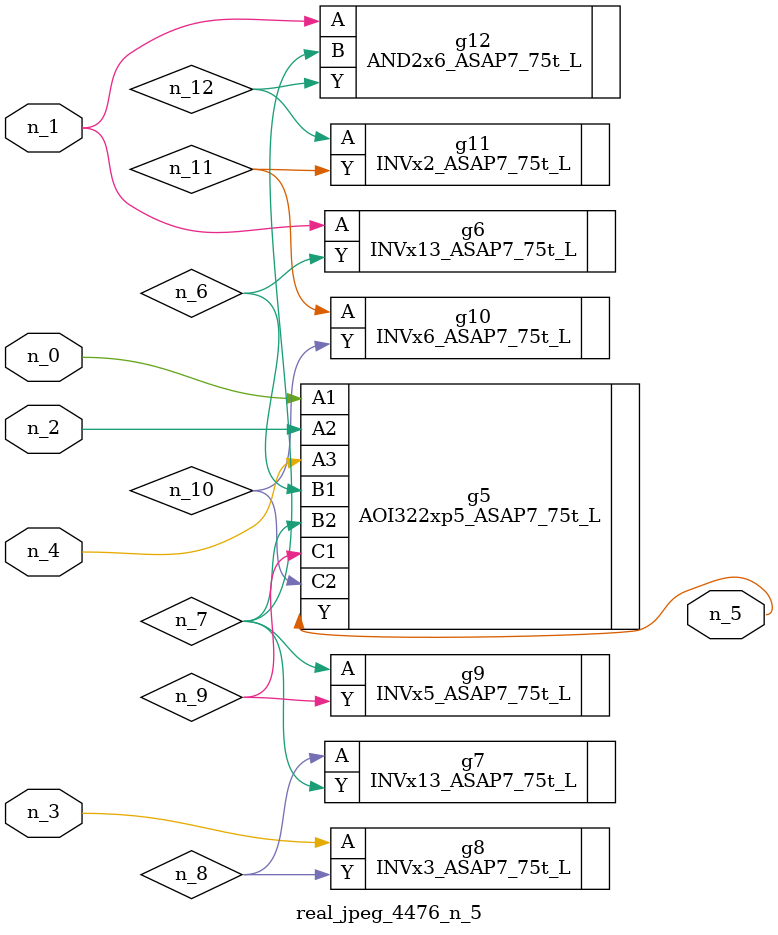
<source format=v>
module real_jpeg_4476_n_5 (n_4, n_0, n_1, n_2, n_3, n_5);

input n_4;
input n_0;
input n_1;
input n_2;
input n_3;

output n_5;

wire n_12;
wire n_8;
wire n_11;
wire n_6;
wire n_7;
wire n_10;
wire n_9;

AOI322xp5_ASAP7_75t_L g5 ( 
.A1(n_0),
.A2(n_2),
.A3(n_4),
.B1(n_6),
.B2(n_7),
.C1(n_9),
.C2(n_10),
.Y(n_5)
);

INVx13_ASAP7_75t_L g6 ( 
.A(n_1),
.Y(n_6)
);

AND2x6_ASAP7_75t_L g12 ( 
.A(n_1),
.B(n_7),
.Y(n_12)
);

INVx3_ASAP7_75t_L g8 ( 
.A(n_3),
.Y(n_8)
);

INVx5_ASAP7_75t_L g9 ( 
.A(n_7),
.Y(n_9)
);

INVx13_ASAP7_75t_L g7 ( 
.A(n_8),
.Y(n_7)
);

INVx6_ASAP7_75t_L g10 ( 
.A(n_11),
.Y(n_10)
);

INVx2_ASAP7_75t_L g11 ( 
.A(n_12),
.Y(n_11)
);


endmodule
</source>
